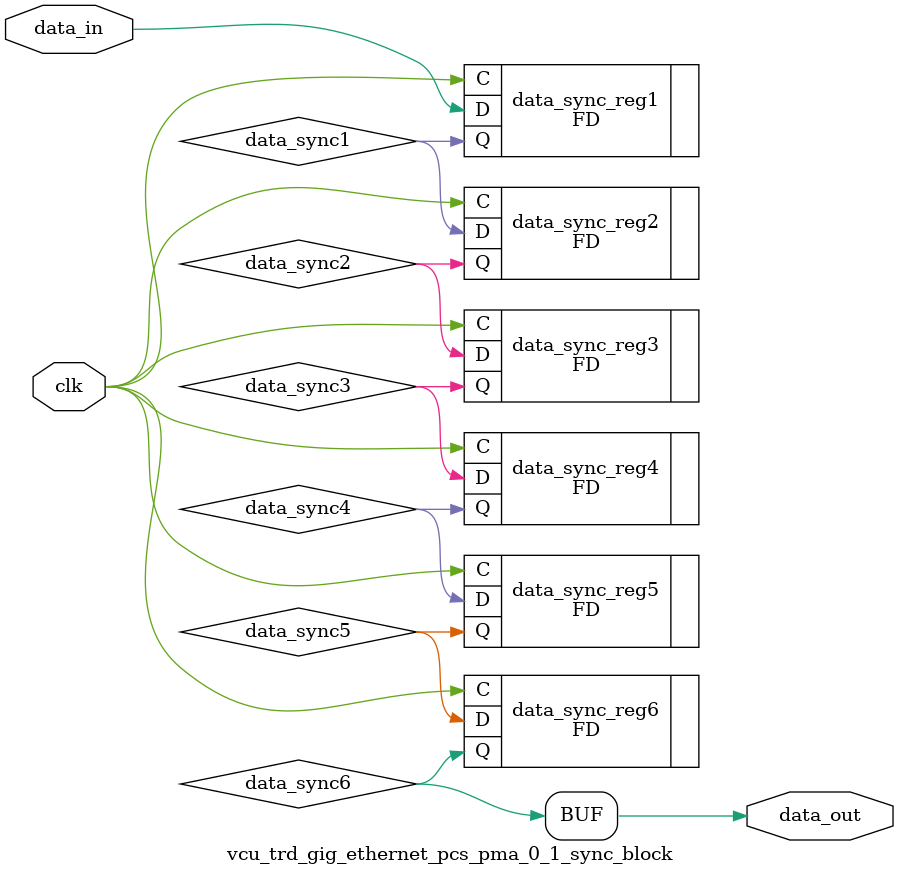
<source format=v>

`timescale 1ps / 1ps

module vcu_trd_gig_ethernet_pcs_pma_0_1_sync_block #(
  parameter INITIALISE = 2'b00
)
(
  input        clk,              // clock to be sync'ed to
  input        data_in,          // Data to be 'synced'
  output       data_out          // synced data
);

  // Internal Signals
  wire data_sync1;
  wire data_sync2;
  wire data_sync3;
  wire data_sync4;
  wire data_sync5;
  wire data_sync6;


  (* shreg_extract = "no", ASYNC_REG = "TRUE" *)
  FD #(
    .INIT (INITIALISE[0])
  ) data_sync_reg1 (
    .C  (clk),
    .D  (data_in),
    .Q  (data_sync1)
  );


  (* shreg_extract = "no", ASYNC_REG = "TRUE" *)
  FD #(
   .INIT (INITIALISE[1])
  ) data_sync_reg2 (
  .C  (clk),
  .D  (data_sync1),
  .Q  (data_sync2)
  );


  (* shreg_extract = "no", ASYNC_REG = "TRUE" *)
  FD #(
   .INIT (INITIALISE[1])
  ) data_sync_reg3 (
  .C  (clk),
  .D  (data_sync2),
  .Q  (data_sync3)
  );

  (* shreg_extract = "no", ASYNC_REG = "TRUE" *)
  FD #(
   .INIT (INITIALISE[1])
  ) data_sync_reg4 (
  .C  (clk),
  .D  (data_sync3),
  .Q  (data_sync4)
  );

  (* shreg_extract = "no", ASYNC_REG = "TRUE" *)
  FD #(
   .INIT (INITIALISE[1])
  ) data_sync_reg5 (
  .C  (clk),
  .D  (data_sync4),
  .Q  (data_sync5)
  );

  (* shreg_extract = "no", ASYNC_REG = "TRUE" *)
  FD #(
   .INIT (INITIALISE[1])
  ) data_sync_reg6 (
  .C  (clk),
  .D  (data_sync5),
  .Q  (data_sync6)
  );
  assign data_out = data_sync6;


endmodule



</source>
